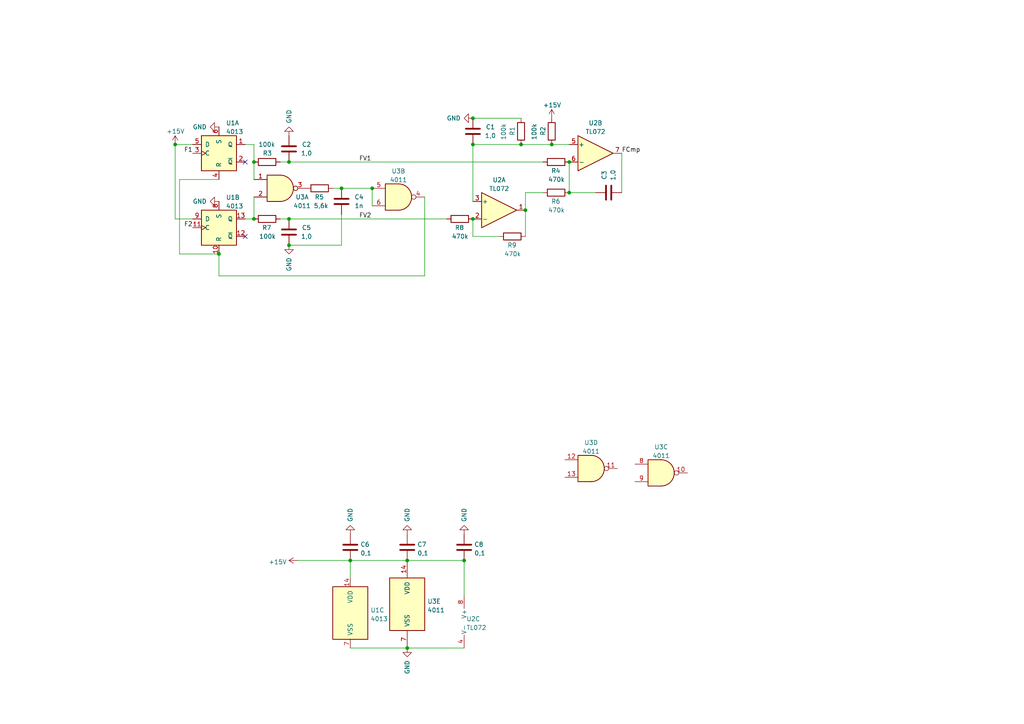
<source format=kicad_sch>
(kicad_sch (version 20211123) (generator eeschema)
  (paper "A4")
  (lib_symbols
    (symbol "4xxx:4011" (pin_names (offset 1.016))
      (property "Reference" "U" (at 0 1.27 0))
      (property "Value" "4011" (at 0 -1.27 0))
      (symbol "4011_1_1"
        (arc (start 0 -3.81) (mid 3.81 0) (end 0 3.81) (stroke (width 0.254)) (fill (type background)))
        (polyline (pts (xy 0 3.81) (xy -3.81 3.81) (xy -3.81 -3.81) (xy 0 -3.81)) (stroke (width 0.254)) (fill (type background)))
        (pin input line (at -7.62 2.54 0) (length 3.81) (name "~") (number "1"))
        (pin input line (at -7.62 -2.54 0) (length 3.81) (name "~") (number "2"))
        (pin output inverted (at 7.62 0 180) (length 3.81) (name "~") (number "3"))
      )
      (symbol "4011_1_2"
        (arc (start -3.81 -3.81) (mid -2.589 0) (end -3.81 3.81) (stroke (width 0.254)))
        (arc (start -0.6096 -3.81) (mid 2.1842 -2.5851) (end 3.81 0) (stroke (width 0.254)) (fill (type background)))
        (polyline (pts (xy -3.81 -3.81) (xy -0.635 -3.81)) (stroke (width 0.254)) (fill (type background)))
        (polyline (pts (xy -3.81 3.81) (xy -0.635 3.81)) (stroke (width 0.254)) (fill (type background)))
        (polyline (pts (xy -0.635 3.81) (xy -3.81 3.81) (xy -3.81 3.81) (xy -3.556 3.4036) (xy -3.0226 2.2606) (xy -2.6924 1.0414) (xy -2.6162 -0.254) (xy -2.7686 -1.4986) (xy -3.175 -2.7178) (xy -3.81 -3.81) (xy -3.81 -3.81) (xy -0.635 -3.81)) (stroke (width -25.4)) (fill (type background)))
        (arc (start 3.81 0) (mid 2.1915 2.5936) (end -0.6096 3.81) (stroke (width 0.254)) (fill (type background)))
        (pin input inverted (at -7.62 2.54 0) (length 4.318) (name "~") (number "1"))
        (pin input inverted (at -7.62 -2.54 0) (length 4.318) (name "~") (number "2"))
        (pin output line (at 7.62 0 180) (length 3.81) (name "~") (number "3"))
      )
      (symbol "4011_2_1"
        (arc (start 0 -3.81) (mid 3.81 0) (end 0 3.81) (stroke (width 0.254)) (fill (type background)))
        (polyline (pts (xy 0 3.81) (xy -3.81 3.81) (xy -3.81 -3.81) (xy 0 -3.81)) (stroke (width 0.254)) (fill (type background)))
        (pin output inverted (at 7.62 0 180) (length 3.81) (name "~") (number "4"))
        (pin input line (at -7.62 2.54 0) (length 3.81) (name "~") (number "5"))
        (pin input line (at -7.62 -2.54 0) (length 3.81) (name "~") (number "6"))
      )
      (symbol "4011_2_2"
        (arc (start -3.81 -3.81) (mid -2.589 0) (end -3.81 3.81) (stroke (width 0.254)))
        (arc (start -0.6096 -3.81) (mid 2.1842 -2.5851) (end 3.81 0) (stroke (width 0.254)) (fill (type background)))
        (polyline (pts (xy -3.81 -3.81) (xy -0.635 -3.81)) (stroke (width 0.254)) (fill (type background)))
        (polyline (pts (xy -3.81 3.81) (xy -0.635 3.81)) (stroke (width 0.254)) (fill (type background)))
        (polyline (pts (xy -0.635 3.81) (xy -3.81 3.81) (xy -3.81 3.81) (xy -3.556 3.4036) (xy -3.0226 2.2606) (xy -2.6924 1.0414) (xy -2.6162 -0.254) (xy -2.7686 -1.4986) (xy -3.175 -2.7178) (xy -3.81 -3.81) (xy -3.81 -3.81) (xy -0.635 -3.81)) (stroke (width -25.4)) (fill (type background)))
        (arc (start 3.81 0) (mid 2.1915 2.5936) (end -0.6096 3.81) (stroke (width 0.254)) (fill (type background)))
        (pin output line (at 7.62 0 180) (length 3.81) (name "~") (number "4"))
        (pin input inverted (at -7.62 2.54 0) (length 4.318) (name "~") (number "5"))
        (pin input inverted (at -7.62 -2.54 0) (length 4.318) (name "~") (number "6"))
      )
      (symbol "4011_3_1"
        (arc (start 0 -3.81) (mid 3.81 0) (end 0 3.81) (stroke (width 0.254)) (fill (type background)))
        (polyline (pts (xy 0 3.81) (xy -3.81 3.81) (xy -3.81 -3.81) (xy 0 -3.81)) (stroke (width 0.254)) (fill (type background)))
        (pin output inverted (at 7.62 0 180) (length 3.81) (name "~") (number "10"))
        (pin input line (at -7.62 2.54 0) (length 3.81) (name "~") (number "8"))
        (pin input line (at -7.62 -2.54 0) (length 3.81) (name "~") (number "9"))
      )
      (symbol "4011_3_2"
        (arc (start -3.81 -3.81) (mid -2.589 0) (end -3.81 3.81) (stroke (width 0.254)))
        (arc (start -0.6096 -3.81) (mid 2.1842 -2.5851) (end 3.81 0) (stroke (width 0.254)) (fill (type background)))
        (polyline (pts (xy -3.81 -3.81) (xy -0.635 -3.81)) (stroke (width 0.254)) (fill (type background)))
        (polyline (pts (xy -3.81 3.81) (xy -0.635 3.81)) (stroke (width 0.254)) (fill (type background)))
        (polyline (pts (xy -0.635 3.81) (xy -3.81 3.81) (xy -3.81 3.81) (xy -3.556 3.4036) (xy -3.0226 2.2606) (xy -2.6924 1.0414) (xy -2.6162 -0.254) (xy -2.7686 -1.4986) (xy -3.175 -2.7178) (xy -3.81 -3.81) (xy -3.81 -3.81) (xy -0.635 -3.81)) (stroke (width -25.4)) (fill (type background)))
        (arc (start 3.81 0) (mid 2.1915 2.5936) (end -0.6096 3.81) (stroke (width 0.254)) (fill (type background)))
        (pin output line (at 7.62 0 180) (length 3.81) (name "~") (number "10"))
        (pin input inverted (at -7.62 2.54 0) (length 4.318) (name "~") (number "8"))
        (pin input inverted (at -7.62 -2.54 0) (length 4.318) (name "~") (number "9"))
      )
      (symbol "4011_4_1"
        (arc (start 0 -3.81) (mid 3.81 0) (end 0 3.81) (stroke (width 0.254)) (fill (type background)))
        (polyline (pts (xy 0 3.81) (xy -3.81 3.81) (xy -3.81 -3.81) (xy 0 -3.81)) (stroke (width 0.254)) (fill (type background)))
        (pin output inverted (at 7.62 0 180) (length 3.81) (name "~") (number "11"))
        (pin input line (at -7.62 2.54 0) (length 3.81) (name "~") (number "12"))
        (pin input line (at -7.62 -2.54 0) (length 3.81) (name "~") (number "13"))
      )
      (symbol "4011_4_2"
        (arc (start -3.81 -3.81) (mid -2.589 0) (end -3.81 3.81) (stroke (width 0.254)))
        (arc (start -0.6096 -3.81) (mid 2.1842 -2.5851) (end 3.81 0) (stroke (width 0.254)) (fill (type background)))
        (polyline (pts (xy -3.81 -3.81) (xy -0.635 -3.81)) (stroke (width 0.254)) (fill (type background)))
        (polyline (pts (xy -3.81 3.81) (xy -0.635 3.81)) (stroke (width 0.254)) (fill (type background)))
        (polyline (pts (xy -0.635 3.81) (xy -3.81 3.81) (xy -3.81 3.81) (xy -3.556 3.4036) (xy -3.0226 2.2606) (xy -2.6924 1.0414) (xy -2.6162 -0.254) (xy -2.7686 -1.4986) (xy -3.175 -2.7178) (xy -3.81 -3.81) (xy -3.81 -3.81) (xy -0.635 -3.81)) (stroke (width -25.4)) (fill (type background)))
        (arc (start 3.81 0) (mid 2.1915 2.5936) (end -0.6096 3.81) (stroke (width 0.254)) (fill (type background)))
        (pin output line (at 7.62 0 180) (length 3.81) (name "~") (number "11"))
        (pin input inverted (at -7.62 2.54 0) (length 4.318) (name "~") (number "12"))
        (pin input inverted (at -7.62 -2.54 0) (length 4.318) (name "~") (number "13"))
      )
      (symbol "4011_5_0"
        (pin power_in line (at 0 12.7 270) (length 5.08) (name "VDD") (number "14"))
        (pin power_in line (at 0 -12.7 90) (length 5.08) (name "VSS") (number "7"))
      )
      (symbol "4011_5_1"
        (rectangle (start -5.08 7.62) (end 5.08 -7.62) (stroke (width 0.254)) (fill (type background)))
      )
    )
    (symbol "4xxx:4013" (pin_names (offset 1.016))
      (property "Reference" "U" (at -7.62 8.89 0))
      (property "Value" "4013" (at -7.62 -8.89 0))
      (symbol "4013_1_1"
        (rectangle (start -5.08 5.08) (end 5.08 -5.08) (stroke (width 0.254)) (fill (type background)))
        (pin output line (at 7.62 2.54 180) (length 2.54) (name "Q") (number "1"))
        (pin output line (at 7.62 -2.54 180) (length 2.54) (name "~{Q}") (number "2"))
        (pin input clock (at -7.62 0 0) (length 2.54) (name "C") (number "3"))
        (pin input line (at 0 -7.62 90) (length 2.54) (name "R") (number "4"))
        (pin input line (at -7.62 2.54 0) (length 2.54) (name "D") (number "5"))
        (pin input line (at 0 7.62 270) (length 2.54) (name "S") (number "6"))
      )
      (symbol "4013_2_1"
        (rectangle (start -5.08 5.08) (end 5.08 -5.08) (stroke (width 0.254)) (fill (type background)))
        (pin input line (at 0 -7.62 90) (length 2.54) (name "R") (number "10"))
        (pin input clock (at -7.62 0 0) (length 2.54) (name "C") (number "11"))
        (pin output line (at 7.62 -2.54 180) (length 2.54) (name "~{Q}") (number "12"))
        (pin output line (at 7.62 2.54 180) (length 2.54) (name "Q") (number "13"))
        (pin input line (at 0 7.62 270) (length 2.54) (name "S") (number "8"))
        (pin input line (at -7.62 2.54 0) (length 2.54) (name "D") (number "9"))
      )
      (symbol "4013_3_0"
        (pin power_in line (at 0 10.16 270) (length 2.54) (name "VDD") (number "14"))
        (pin power_in line (at 0 -10.16 90) (length 2.54) (name "VSS") (number "7"))
      )
      (symbol "4013_3_1"
        (rectangle (start -5.08 7.62) (end 5.08 -7.62) (stroke (width 0.254)) (fill (type background)))
      )
    )
    (symbol "Amplifier_Operational:TL072" (pin_names (offset 0.127))
      (property "Reference" "U" (at 0 5.08 0))
      (property "Value" "TL072" (at 0 -5.08 0))
      (symbol "TL072_1_1"
        (polyline (pts (xy -5.08 5.08) (xy 5.08 0) (xy -5.08 -5.08) (xy -5.08 5.08)) (stroke (width 0.254)) (fill (type background)))
        (pin output line (at 7.62 0 180) (length 2.54) (name "~") (number "1"))
        (pin input line (at -7.62 -2.54 0) (length 2.54) (name "-") (number "2"))
        (pin input line (at -7.62 2.54 0) (length 2.54) (name "+") (number "3"))
      )
      (symbol "TL072_2_1"
        (polyline (pts (xy -5.08 5.08) (xy 5.08 0) (xy -5.08 -5.08) (xy -5.08 5.08)) (stroke (width 0.254)) (fill (type background)))
        (pin input line (at -7.62 2.54 0) (length 2.54) (name "+") (number "5"))
        (pin input line (at -7.62 -2.54 0) (length 2.54) (name "-") (number "6"))
        (pin output line (at 7.62 0 180) (length 2.54) (name "~") (number "7"))
      )
      (symbol "TL072_3_1"
        (pin power_in line (at -2.54 -7.62 90) (length 3.81) (name "V-") (number "4"))
        (pin power_in line (at -2.54 7.62 270) (length 3.81) (name "V+") (number "8"))
      )
    )
    (symbol "Device:C" (pin_numbers hide) (pin_names (offset 0.254))
      (property "Reference" "C" (at 0.635 2.54 0))
      (property "Value" "C" (at 0.635 -2.54 0))
      (symbol "C_0_1"
        (polyline (pts (xy -2.032 -0.762) (xy 2.032 -0.762)) (stroke (width 0.508)))
        (polyline (pts (xy -2.032 0.762) (xy 2.032 0.762)) (stroke (width 0.508)))
      )
      (symbol "C_1_1"
        (pin passive line (at 0 3.81 270) (length 2.794) (name "~") (number "1"))
        (pin passive line (at 0 -3.81 90) (length 2.794) (name "~") (number "2"))
      )
    )
    (symbol "Device:R" (pin_numbers hide) (pin_names (offset 0))
      (property "Reference" "R" (at 2.032 0 90))
      (property "Value" "R" (at 0 0 90))
      (symbol "R_0_1"
        (rectangle (start -1.016 -2.54) (end 1.016 2.54) (stroke (width 0.254)))
      )
      (symbol "R_1_1"
        (pin passive line (at 0 3.81 270) (length 1.27) (name "~") (number "1"))
        (pin passive line (at 0 -3.81 90) (length 1.27) (name "~") (number "2"))
      )
    )
    (symbol "power:+15V" (power) (pin_names (offset 0))
      (property "Value" "+15V" (at 0 3.556 0))
      (symbol "+15V_0_1"
        (polyline (pts (xy -0.762 1.27) (xy 0 2.54)))
        (polyline (pts (xy 0 0) (xy 0 2.54)))
        (polyline (pts (xy 0 2.54) (xy 0.762 1.27)))
      )
      (symbol "+15V_1_1"
        (pin power_in line (at 0 0 90) (length 0) hide (name "+15V") (number "1"))
      )
    )
    (symbol "power:GND" (power) (pin_names (offset 0))
      (property "Value" "GND" (at 0 -3.81 0))
      (symbol "GND_0_1"
        (polyline (pts (xy 0 0) (xy 0 -1.27) (xy 1.27 -1.27) (xy 0 -2.54) (xy -1.27 -1.27) (xy 0 -1.27)))
      )
      (symbol "GND_1_1"
        (pin power_in line (at 0 0 270) (length 0) hide (name "GND") (number "1"))
      )
    )
  )
  (junction (at 50.8 41.91))
  (junction (at 83.82 63.5))
  (junction (at 137.16 63.5))
  (junction (at 118.11 162.56))
  (junction (at 151.13 41.91))
  (junction (at 83.82 71.12))
  (junction (at 73.66 63.5))
  (junction (at 118.11 187.96))
  (junction (at 165.1 55.88))
  (junction (at 101.6 162.56))
  (junction (at 165.1 46.99))
  (junction (at 134.62 162.56))
  (junction (at 137.16 34.29))
  (junction (at 107.95 54.61))
  (junction (at 160.02 41.91))
  (junction (at 99.06 54.61))
  (junction (at 137.16 41.91))
  (junction (at 152.4 60.96))
  (junction (at 73.66 46.99))
  (junction (at 83.82 46.99))
  (junction (at 63.5 73.66))
  (no_connect (at 71.12 68.58))
  (no_connect (at 71.12 46.99))
  (wire (pts (xy 134.62 162.56) (xy 118.11 162.56)))
  (wire (pts (xy 160.02 41.91) (xy 165.1 41.91)))
  (wire (pts (xy 144.78 68.58) (xy 137.16 68.58)))
  (wire (pts (xy 81.28 63.5) (xy 83.82 63.5)))
  (wire (pts (xy 86.36 162.56) (xy 101.6 162.56)))
  (wire (pts (xy 71.12 41.91) (xy 73.66 41.91)))
  (wire (pts (xy 71.12 63.5) (xy 73.66 63.5)))
  (wire (pts (xy 73.66 46.99) (xy 73.66 52.07)))
  (wire (pts (xy 83.82 63.5) (xy 129.54 63.5)))
  (wire (pts (xy 50.8 41.91) (xy 55.88 41.91)))
  (wire (pts (xy 137.16 34.29) (xy 151.13 34.29)))
  (wire (pts (xy 81.28 46.99) (xy 83.82 46.99)))
  (wire (pts (xy 157.48 55.88) (xy 152.4 55.88)))
  (wire (pts (xy 83.82 46.99) (xy 157.48 46.99)))
  (wire (pts (xy 73.66 57.15) (xy 73.66 63.5)))
  (wire (pts (xy 101.6 167.64) (xy 101.6 162.56)))
  (wire (pts (xy 180.34 44.45) (xy 180.34 55.88)))
  (wire (pts (xy 107.95 54.61) (xy 107.95 59.69)))
  (wire (pts (xy 137.16 68.58) (xy 137.16 63.5)))
  (wire (pts (xy 165.1 46.99) (xy 165.1 55.88)))
  (wire (pts (xy 63.5 80.01) (xy 63.5 73.66)))
  (wire (pts (xy 123.19 57.15) (xy 123.19 80.01)))
  (wire (pts (xy 52.07 73.66) (xy 52.07 52.07)))
  (wire (pts (xy 152.4 60.96) (xy 152.4 68.58)))
  (wire (pts (xy 137.16 41.91) (xy 151.13 41.91)))
  (wire (pts (xy 137.16 58.42) (xy 137.16 41.91)))
  (wire (pts (xy 165.1 55.88) (xy 172.72 55.88)))
  (wire (pts (xy 118.11 187.96) (xy 134.62 187.96)))
  (wire (pts (xy 134.62 172.72) (xy 134.62 162.56)))
  (wire (pts (xy 55.88 63.5) (xy 50.8 63.5)))
  (wire (pts (xy 52.07 52.07) (xy 63.5 52.07)))
  (wire (pts (xy 99.06 62.23) (xy 99.06 71.12)))
  (wire (pts (xy 99.06 54.61) (xy 107.95 54.61)))
  (wire (pts (xy 151.13 41.91) (xy 160.02 41.91)))
  (wire (pts (xy 152.4 55.88) (xy 152.4 60.96)))
  (wire (pts (xy 50.8 63.5) (xy 50.8 41.91)))
  (wire (pts (xy 101.6 187.96) (xy 118.11 187.96)))
  (wire (pts (xy 99.06 71.12) (xy 83.82 71.12)))
  (wire (pts (xy 123.19 80.01) (xy 63.5 80.01)))
  (wire (pts (xy 73.66 41.91) (xy 73.66 46.99)))
  (wire (pts (xy 96.52 54.61) (xy 99.06 54.61)))
  (wire (pts (xy 101.6 162.56) (xy 118.11 162.56)))
  (wire (pts (xy 52.07 73.66) (xy 63.5 73.66)))
  (label "F2" (at 55.88 66.04 180))
  (label "FV2" (at 104.14 63.5 0))
  (label "FV1" (at 104.14 46.99 0))
  (label "F1" (at 55.88 44.45 180))
  (label "FCmp" (at 180.34 44.45 0))
  (symbol (lib_id "4xxx:4011") (at 171.45 135.89 0) (unit 4)
    (property "Reference" "U3" (at 171.45 128.3802 0))
    (property "Value" "4011" (at 171.45 130.9171 0))
    (property "Datasheet" "http://www.intersil.com/content/dam/Intersil/documents/cd40/cd4011bms-12bms-23bms.pdf" (effects hide))
  )
  (symbol (lib_id "4xxx:4011") (at 81.28 54.61 0) (unit 1)
    (property "Reference" "U3" (at 87.63 57.15 0))
    (property "Value" "4011" (at 87.63 59.69 0))
    (property "Datasheet" "http://www.intersil.com/content/dam/Intersil/documents/cd40/cd4011bms-12bms-23bms.pdf" (effects hide))
  )
  (symbol (lib_id "power:GND") (at 118.11 154.94 180) (unit 1)
    (property "Reference" "#PWR09" (effects hide))
    (property "Value" "GND" (at 118.11 147.32 90) (effects (justify left)))
  )
  (symbol (lib_id "Device:R") (at 160.02 38.1 180) (unit 1)
    (property "Reference" "R2" (at 157.48 39.37 90) (effects (justify right)))
    (property "Value" "100k" (at 154.94 40.64 90) (effects (justify right)))
    (property "Footprint" "Resistor_SMD:R_1206_3216Metric_Pad1.30x1.75mm_HandSolder" (effects hide))
  )
  (symbol (lib_id "Amplifier_Operational:TL072") (at 137.16 180.34 0) (unit 3)
    (property "Reference" "U2" (at 135.255 179.5053 0) (effects (justify left)))
    (property "Value" "TL072" (at 135.255 182.0422 0) (effects (justify left)))
    (property "Datasheet" "http://www.ti.com/lit/ds/symlink/tl071.pdf" (effects hide))
  )
  (symbol (lib_id "power:GND") (at 63.5 36.83 270) (unit 1)
    (property "Reference" "#PWR03" (effects hide))
    (property "Value" "GND" (at 55.88 36.83 90) (effects (justify left)))
  )
  (symbol (lib_id "power:GND") (at 63.5 58.42 270) (unit 1)
    (property "Reference" "#PWR06" (effects hide))
    (property "Value" "GND" (at 55.88 58.42 90) (effects (justify left)))
  )
  (symbol (lib_id "Device:C") (at 99.06 58.42 180) (unit 1)
    (property "Reference" "C4" (at 104.14 57.15 0))
    (property "Value" "1n" (at 104.14 59.69 0))
    (property "Footprint" "Capacitor_SMD:C_0805_2012Metric_Pad1.18x1.45mm_HandSolder" (effects hide))
  )
  (symbol (lib_id "Device:C") (at 118.11 158.75 0) (unit 1)
    (property "Reference" "C7" (at 121.031 157.9153 0) (effects (justify left)))
    (property "Value" "0,1" (at 121.031 160.4522 0) (effects (justify left)))
    (property "Footprint" "Capacitor_SMD:C_1206_3216Metric_Pad1.33x1.80mm_HandSolder" (effects hide))
  )
  (symbol (lib_id "Device:R") (at 92.71 54.61 270) (unit 1)
    (property "Reference" "R5" (at 93.98 57.15 90) (effects (justify right)))
    (property "Value" "5,6k" (at 95.25 59.69 90) (effects (justify right)))
    (property "Footprint" "Resistor_SMD:R_1206_3216Metric_Pad1.30x1.75mm_HandSolder" (effects hide))
  )
  (symbol (lib_id "Device:R") (at 77.47 46.99 90) (unit 1)
    (property "Reference" "R3" (at 76.2 44.45 90) (effects (justify right)))
    (property "Value" "100k" (at 74.93 41.91 90) (effects (justify right)))
    (property "Footprint" "Resistor_SMD:R_1206_3216Metric_Pad1.30x1.75mm_HandSolder" (effects hide))
  )
  (symbol (lib_id "Device:C") (at 101.6 158.75 0) (unit 1)
    (property "Reference" "C6" (at 104.521 157.9153 0) (effects (justify left)))
    (property "Value" "0,1" (at 104.521 160.4522 0) (effects (justify left)))
    (property "Footprint" "Capacitor_SMD:C_1206_3216Metric_Pad1.33x1.80mm_HandSolder" (effects hide))
  )
  (symbol (lib_id "power:+15V") (at 160.02 34.29 0) (unit 1)
    (property "Reference" "#PWR02" (effects hide))
    (property "Value" "+15V" (at 157.48 30.48 0) (effects (justify left)))
  )
  (symbol (lib_id "Device:R") (at 161.29 55.88 270) (unit 1)
    (property "Reference" "R6" (at 162.56 58.42 90) (effects (justify right)))
    (property "Value" "470k" (at 163.83 60.96 90) (effects (justify right)))
    (property "Footprint" "Resistor_SMD:R_1206_3216Metric_Pad1.30x1.75mm_HandSolder" (effects hide))
  )
  (symbol (lib_id "Device:R") (at 151.13 38.1 180) (unit 1)
    (property "Reference" "R1" (at 148.59 39.37 90) (effects (justify right)))
    (property "Value" "100k" (at 146.05 40.64 90) (effects (justify right)))
    (property "Footprint" "Resistor_SMD:R_1206_3216Metric_Pad1.30x1.75mm_HandSolder" (effects hide))
  )
  (symbol (lib_id "4xxx:4013") (at 63.5 44.45 0) (unit 1)
    (property "Reference" "U1" (at 65.5194 35.6702 0) (effects (justify left)))
    (property "Value" "4013" (at 65.5194 38.2071 0) (effects (justify left)))
    (property "Datasheet" "http://www.onsemi.com/pub/Collateral/MC14013B-D.PDF" (effects hide))
  )
  (symbol (lib_id "4xxx:4011") (at 118.11 175.26 0) (unit 5)
    (property "Reference" "U3" (at 123.952 174.4253 0) (effects (justify left)))
    (property "Value" "4011" (at 123.952 176.9622 0) (effects (justify left)))
    (property "Datasheet" "http://www.intersil.com/content/dam/Intersil/documents/cd40/cd4011bms-12bms-23bms.pdf" (effects hide))
  )
  (symbol (lib_id "Device:C") (at 134.62 158.75 0) (unit 1)
    (property "Reference" "C8" (at 137.541 157.9153 0) (effects (justify left)))
    (property "Value" "0,1" (at 137.541 160.4522 0) (effects (justify left)))
    (property "Footprint" "Capacitor_SMD:C_1206_3216Metric_Pad1.33x1.80mm_HandSolder" (effects hide))
  )
  (symbol (lib_id "Device:R") (at 133.35 63.5 270) (unit 1)
    (property "Reference" "R8" (at 134.62 66.04 90) (effects (justify right)))
    (property "Value" "470k" (at 135.89 68.58 90) (effects (justify right)))
    (property "Footprint" "Resistor_SMD:R_1206_3216Metric_Pad1.30x1.75mm_HandSolder" (effects hide))
  )
  (symbol (lib_id "Amplifier_Operational:TL072") (at 172.72 44.45 0) (unit 2)
    (property "Reference" "U2" (at 172.72 35.6702 0))
    (property "Value" "TL072" (at 172.72 38.2071 0))
    (property "Datasheet" "http://www.ti.com/lit/ds/symlink/tl071.pdf" (effects hide))
  )
  (symbol (lib_id "Device:C") (at 137.16 38.1 180) (unit 1)
    (property "Reference" "C1" (at 142.24 36.83 0))
    (property "Value" "1,0" (at 142.24 39.37 0))
    (property "Footprint" "Capacitor_SMD:C_0805_2012Metric_Pad1.18x1.45mm_HandSolder" (effects hide))
  )
  (symbol (lib_id "power:GND") (at 134.62 154.94 180) (unit 1)
    (property "Reference" "#PWR010" (effects hide))
    (property "Value" "GND" (at 134.62 147.32 90) (effects (justify left)))
  )
  (symbol (lib_id "Device:R") (at 161.29 46.99 270) (unit 1)
    (property "Reference" "R4" (at 162.56 49.53 90) (effects (justify right)))
    (property "Value" "470k" (at 163.83 52.07 90) (effects (justify right)))
    (property "Footprint" "Resistor_SMD:R_1206_3216Metric_Pad1.30x1.75mm_HandSolder" (effects hide))
  )
  (symbol (lib_id "4xxx:4011") (at 115.57 57.15 0) (unit 2)
    (property "Reference" "U3" (at 115.57 49.6402 0))
    (property "Value" "4011" (at 115.57 52.1771 0))
    (property "Datasheet" "http://www.intersil.com/content/dam/Intersil/documents/cd40/cd4011bms-12bms-23bms.pdf" (effects hide))
  )
  (symbol (lib_id "power:GND") (at 118.11 187.96 0) (unit 1)
    (property "Reference" "#PWR012" (effects hide))
    (property "Value" "GND" (at 118.11 195.58 90) (effects (justify left)))
  )
  (symbol (lib_id "Device:C") (at 83.82 67.31 180) (unit 1)
    (property "Reference" "C5" (at 88.9 66.04 0))
    (property "Value" "1,0" (at 88.9 68.58 0))
    (property "Footprint" "Capacitor_SMD:C_0805_2012Metric_Pad1.18x1.45mm_HandSolder" (effects hide))
  )
  (symbol (lib_id "power:+15V") (at 50.8 41.91 0) (unit 1)
    (property "Reference" "#PWR05" (effects hide))
    (property "Value" "+15V" (at 48.26 38.1 0) (effects (justify left)))
  )
  (symbol (lib_id "Device:R") (at 148.59 68.58 270) (unit 1)
    (property "Reference" "R9" (at 149.86 71.12 90) (effects (justify right)))
    (property "Value" "470k" (at 151.13 73.66 90) (effects (justify right)))
    (property "Footprint" "Resistor_SMD:R_1206_3216Metric_Pad1.30x1.75mm_HandSolder" (effects hide))
  )
  (symbol (lib_id "power:GND") (at 83.82 71.12 0) (unit 1)
    (property "Reference" "#PWR07" (effects hide))
    (property "Value" "GND" (at 83.82 78.74 90) (effects (justify left)))
  )
  (symbol (lib_id "4xxx:4011") (at 191.77 137.16 0) (unit 3)
    (property "Reference" "U3" (at 191.77 129.6502 0))
    (property "Value" "4011" (at 191.77 132.1871 0))
    (property "Datasheet" "http://www.intersil.com/content/dam/Intersil/documents/cd40/cd4011bms-12bms-23bms.pdf" (effects hide))
  )
  (symbol (lib_id "Device:C") (at 176.53 55.88 270) (unit 1)
    (property "Reference" "C3" (at 175.26 50.8 0))
    (property "Value" "1,0" (at 177.8 50.8 0))
    (property "Footprint" "Capacitor_SMD:C_0805_2012Metric_Pad1.18x1.45mm_HandSolder" (effects hide))
  )
  (symbol (lib_id "Amplifier_Operational:TL072") (at 144.78 60.96 0) (unit 1)
    (property "Reference" "U2" (at 144.78 52.1802 0))
    (property "Value" "TL072" (at 144.78 54.7171 0))
    (property "Datasheet" "http://www.ti.com/lit/ds/symlink/tl071.pdf" (effects hide))
  )
  (symbol (lib_id "4xxx:4013") (at 101.6 177.8 0) (unit 3)
    (property "Reference" "U1" (at 107.442 176.9653 0) (effects (justify left)))
    (property "Value" "4013" (at 107.442 179.5022 0) (effects (justify left)))
    (property "Datasheet" "http://www.onsemi.com/pub/Collateral/MC14013B-D.PDF" (effects hide))
  )
  (symbol (lib_id "power:GND") (at 137.16 34.29 270) (unit 1)
    (property "Reference" "#PWR01" (effects hide))
    (property "Value" "GND" (at 129.54 34.29 90) (effects (justify left)))
  )
  (symbol (lib_id "Device:R") (at 77.47 63.5 270) (unit 1)
    (property "Reference" "R7" (at 78.74 66.04 90) (effects (justify right)))
    (property "Value" "100k" (at 80.01 68.58 90) (effects (justify right)))
    (property "Footprint" "Resistor_SMD:R_1206_3216Metric_Pad1.30x1.75mm_HandSolder" (effects hide))
  )
  (symbol (lib_id "power:+15V") (at 86.36 162.56 90) (unit 1)
    (property "Reference" "#PWR011" (effects hide))
    (property "Value" "+15V" (at 83.185 162.9938 90) (effects (justify left)))
  )
  (symbol (lib_id "power:GND") (at 101.6 154.94 180) (unit 1)
    (property "Reference" "#PWR08" (effects hide))
    (property "Value" "GND" (at 101.6 147.32 90) (effects (justify left)))
  )
  (symbol (lib_id "power:GND") (at 83.82 39.37 180) (unit 1)
    (property "Reference" "#PWR04" (effects hide))
    (property "Value" "GND" (at 83.82 31.75 90) (effects (justify left)))
  )
  (symbol (lib_id "4xxx:4013") (at 63.5 66.04 0) (unit 2)
    (property "Reference" "U1" (at 65.5194 57.2602 0) (effects (justify left)))
    (property "Value" "4013" (at 65.5194 59.7971 0) (effects (justify left)))
    (property "Datasheet" "http://www.onsemi.com/pub/Collateral/MC14013B-D.PDF" (effects hide))
  )
  (symbol (lib_id "Device:C") (at 83.82 43.18 180) (unit 1)
    (property "Reference" "C2" (at 88.9 41.91 0))
    (property "Value" "1,0" (at 88.9 44.45 0))
    (property "Footprint" "Capacitor_SMD:C_0805_2012Metric_Pad1.18x1.45mm_HandSolder" (effects hide))
  )
)
</source>
